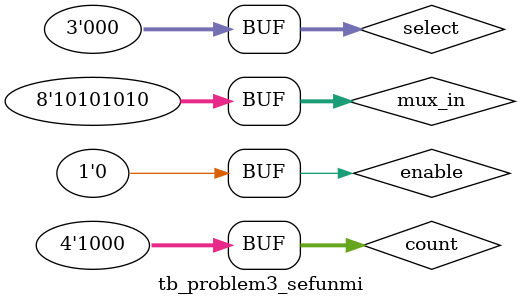
<source format=v>
`timescale 1ns/100ps 


// Testbenches don't have arguments. Instead, the values that we want to modify are regs. ANY VALUE
// THAT IS THE TARGET OF A PROCEDURE MUST BE A REG. The values that we wish to observe are wires.

module tb_problem3_sefunmi();
   reg         enable;
   reg   [2:0] select;
   reg   [7:0] mux_in;
   wire [1:0] mux_out;
   reg   [3:0] count;

// Instantiate the decoder (the identifier is DUT, or Device Under Test)

   mux8to1_sefunmi DUT1(enable,select, mux_in, mux_out[0]);
   mux8to1_delay_sefunmi DUT2(enable,select, mux_in, mux_out[1]);
// Test input waveform - defined as an initial block (procedure)

   initial begin
      mux_in = 8'b10101010;	
      select = 3'b000;
      enable = 1'b0;
      #20;  			// Wait for 20 ns
      enable = 1'b1;		// Enable the decoder.
    	
// We can use a loop to avoid long procedures. There are many other options to write test benches easily!
// With the decoder enabled, the FOR-loop causes dec_in to take in each possible 4-bit value for 20 ns.

      for(count = 0; count < 8; count = count + 1) begin
         select = count[2:0];
         #20;
      end

      mux_in = 8'b10101010;	
      select = 3'b000;
      #20;			// Wait for 20 ns.
      enable = 1'b0;		// Disable the decoder.
      #20;			// Wait for 20 ns.
   end

endmodule

</source>
